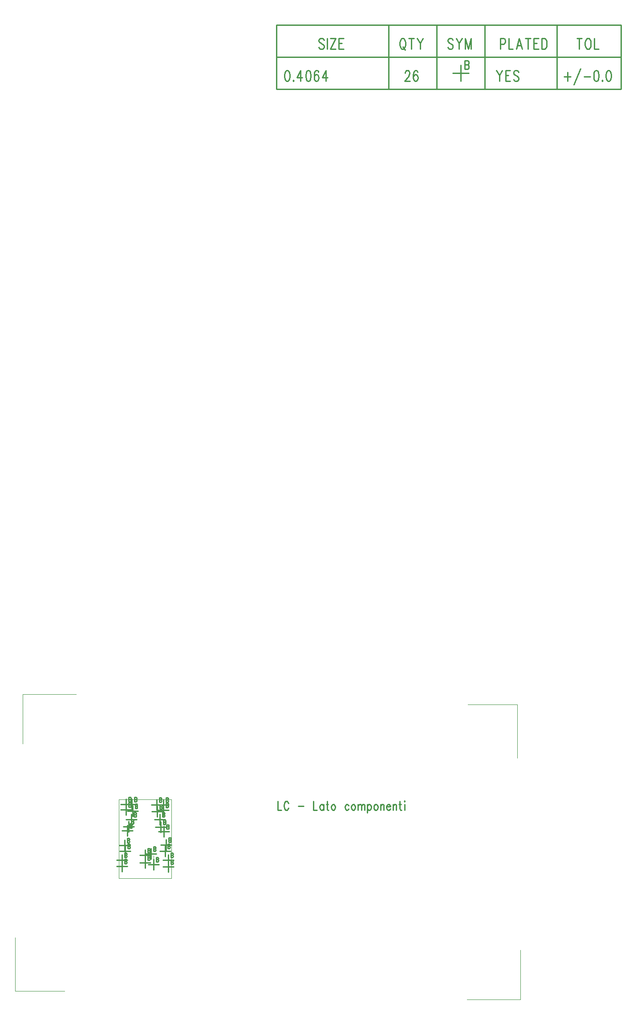
<source format=gbr>
*
*
G04 PADS Layout (Build Number 2007.65.1) generated Gerber (RS-274-X) file*
G04 PC Version=2.1*
*
%IN "P2007_0000_RBCS_RC_MAIS"*%
*
%MOIN*%
*
%FSLAX35Y35*%
*
*
*
*
G04 PC Standard Apertures*
*
*
G04 Thermal Relief Aperture macro.*
%AMTER*
1,1,$1,0,0*
1,0,$1-$2,0,0*
21,0,$3,$4,0,0,45*
21,0,$3,$4,0,0,135*
%
*
*
G04 Annular Aperture macro.*
%AMANN*
1,1,$1,0,0*
1,0,$2,0,0*
%
*
*
G04 Odd Aperture macro.*
%AMODD*
1,1,$1,0,0*
1,0,$1-0.005,0,0*
%
*
*
G04 PC Custom Aperture Macros*
*
*
*
*
*
*
G04 PC Aperture Table*
*
%ADD010C,0.01*%
%ADD040C,0.001*%
%ADD155C,0.003*%
*
*
*
*
G04 PC Copper Outlines (0)*
G04 Layer Name P2007_0000_RBCS_RC_MAIS - dark (0)*
%LPD*%
*
*
G04 PC Area=Custom_Thermal*
*
G04 PC Custom Flashes*
G04 Layer Name P2007_0000_RBCS_RC_MAIS - flashes*
%LPD*%
*
*
G04 PC Circuitry*
G04 Layer Name P2007_0000_RBCS_RC_MAIS - circuitry*
%LPD*%
*
G54D10*
G01X512598Y451444D02*
Y444882D01*
X515326*
X520780Y449882D02*
X520553Y450507D01*
X520098Y451132*
X519644Y451444*
X518735*
X518280Y451132*
X517826Y450507*
X517598Y449882*
X517371Y448944*
Y447382*
X517598Y446444*
X517826Y445819*
X518280Y445194*
X518735Y444882*
X519644*
X520098Y445194*
X520553Y445819*
X520780Y446444*
X528053Y447694D02*
X532144D01*
X539417Y451444D02*
Y444882D01*
X542144*
X546917Y449257D02*
Y444882D01*
Y448319D02*
X546462Y448944D01*
X546008Y449257*
X545326*
X544871Y448944*
X544417Y448319*
X544189Y447382*
Y446757*
X544417Y445819*
X544871Y445194*
X545326Y444882*
X546008*
X546462Y445194*
X546917Y445819*
X549644Y451444D02*
Y446132D01*
X549871Y445194*
X550326Y444882*
X550780*
X548962Y449257D02*
X550553D01*
X553962D02*
X553508Y448944D01*
X553053Y448319*
X552826Y447382*
Y446757*
X553053Y445819*
X553508Y445194*
X553962Y444882*
X554644*
X555098Y445194*
X555553Y445819*
X555780Y446757*
Y447382*
X555553Y448319*
X555098Y448944*
X554644Y449257*
X553962*
X565780Y448319D02*
X565326Y448944D01*
X564871Y449257*
X564189*
X563735Y448944*
X563280Y448319*
X563053Y447382*
Y446757*
X563280Y445819*
X563735Y445194*
X564189Y444882*
X564871*
X565326Y445194*
X565780Y445819*
X568962Y449257D02*
X568508Y448944D01*
X568053Y448319*
X567826Y447382*
Y446757*
X568053Y445819*
X568508Y445194*
X568962Y444882*
X569644*
X570098Y445194*
X570553Y445819*
X570780Y446757*
Y447382*
X570553Y448319*
X570098Y448944*
X569644Y449257*
X568962*
X572826D02*
Y444882D01*
Y448007D02*
X573508Y448944D01*
X573962Y449257*
X574644*
X575098Y448944*
X575326Y448007*
Y444882*
Y448007D02*
X576008Y448944D01*
X576462Y449257*
X577144*
X577598Y448944*
X577826Y448007*
Y444882*
X579871Y449257D02*
Y442694D01*
Y448319D02*
X580326Y448944D01*
X580780Y449257*
X581462*
X581917Y448944*
X582371Y448319*
X582598Y447382*
Y446757*
X582371Y445819*
X581917Y445194*
X581462Y444882*
X580780*
X580326Y445194*
X579871Y445819*
X585780Y449257D02*
X585326Y448944D01*
X584871Y448319*
X584644Y447382*
Y446757*
X584871Y445819*
X585326Y445194*
X585780Y444882*
X586462*
X586917Y445194*
X587371Y445819*
X587598Y446757*
Y447382*
X587371Y448319*
X586917Y448944*
X586462Y449257*
X585780*
X589644D02*
Y444882D01*
Y448007D02*
X590326Y448944D01*
X590780Y449257*
X591462*
X591917Y448944*
X592144Y448007*
Y444882*
X594189Y447382D02*
X596917D01*
Y448007*
X596689Y448632*
X596462Y448944*
X596008Y449257*
X595326*
X594871Y448944*
X594417Y448319*
X594189Y447382*
Y446757*
X594417Y445819*
X594871Y445194*
X595326Y444882*
X596008*
X596462Y445194*
X596917Y445819*
X598962Y449257D02*
Y444882D01*
Y448007D02*
X599644Y448944D01*
X600098Y449257*
X600780*
X601235Y448944*
X601462Y448007*
Y444882*
X604189Y451444D02*
Y446132D01*
X604417Y445194*
X604871Y444882*
X605326*
X603508Y449257D02*
X605098D01*
X607371Y451444D02*
X607598Y451132D01*
X607826Y451444*
X607598Y451757*
X607371Y451444*
X607598Y449257D02*
Y444882D01*
X392063Y407480D02*
X400063D01*
X396063Y403480D02*
Y411480D01*
X398063Y412762D02*
Y409480D01*
Y412762D02*
X399086D01*
X399427Y412605*
X399540Y412449*
X399654Y412137*
Y411824*
X399540Y411512*
X399427Y411355*
X399086Y411199*
X398063D02*
X399086D01*
X399427Y411043*
X399540Y410887*
X399654Y410574*
Y410105*
X399540Y409793*
X399427Y409637*
X399086Y409480*
X398063*
X392063Y402756D02*
X400063D01*
X396063Y398756D02*
Y406756D01*
X398063Y408037D02*
Y404756D01*
Y408037D02*
X399086D01*
X399427Y407881*
X399540Y407725*
X399654Y407412*
Y407100*
X399540Y406787*
X399427Y406631*
X399086Y406475*
X398063D02*
X399086D01*
X399427Y406318*
X399540Y406162*
X399654Y405850*
Y405381*
X399540Y405068*
X399427Y404912*
X399086Y404756*
X398063*
X415685Y404331D02*
X423685D01*
X419685Y400331D02*
Y408331D01*
X421685Y409612D02*
Y406331D01*
Y409612D02*
X422708D01*
X423049Y409456*
X423162Y409299*
X423276Y408987*
Y408674*
X423162Y408362*
X423049Y408206*
X422708Y408049*
X421685D02*
X422708D01*
X423049Y407893*
X423162Y407737*
X423276Y407424*
Y406956*
X423162Y406643*
X423049Y406487*
X422708Y406331*
X421685*
X409386Y405512D02*
X417386D01*
X413386Y401512D02*
Y409512D01*
X415386Y410793D02*
Y407512D01*
Y410793D02*
X416409D01*
X416749Y410637*
X416863Y410481*
X416977Y410168*
Y409856*
X416863Y409543*
X416749Y409387*
X416409Y409231*
X415386D02*
X416409D01*
X416749Y409074*
X416863Y408918*
X416977Y408606*
Y408137*
X416863Y407824*
X416749Y407668*
X416409Y407512*
X415386*
X426709Y402362D02*
X434709D01*
X430709Y398362D02*
Y406362D01*
X432709Y407643D02*
Y404362D01*
Y407643D02*
X433731D01*
X434072Y407487*
X434186Y407331*
X434300Y407018*
Y406706*
X434186Y406393*
X434072Y406237*
X433731Y406081*
X432709D02*
X433731D01*
X434072Y405925*
X434186Y405768*
X434300Y405456*
Y404987*
X434186Y404675*
X434072Y404518*
X433731Y404362*
X432709*
X426709Y407480D02*
X434709D01*
X430709Y403480D02*
Y411480D01*
X432709Y412762D02*
Y409480D01*
Y412762D02*
X433731D01*
X434072Y412605*
X434186Y412449*
X434300Y412137*
Y411824*
X434186Y411512*
X434072Y411355*
X433731Y411199*
X432709D02*
X433731D01*
X434072Y411043*
X434186Y410887*
X434300Y410574*
Y410105*
X434186Y409793*
X434072Y409637*
X433731Y409480*
X432709*
X394425Y414173D02*
X402425D01*
X398425Y410173D02*
Y418173D01*
X400425Y419454D02*
Y416173D01*
Y419454D02*
X401448D01*
X401789Y419298*
X401902Y419142*
X402016Y418829*
Y418517*
X401902Y418204*
X401789Y418048*
X401448Y417892*
X400425D02*
X401448D01*
X401789Y417736*
X401902Y417579*
X402016Y417267*
Y416798*
X401902Y416486*
X401789Y416329*
X401448Y416173*
X400425*
X413717Y412205D02*
X421717D01*
X417717Y408205D02*
Y416205D01*
X419717Y417486D02*
Y414205D01*
Y417486D02*
X420739D01*
X421080Y417330*
X421194Y417173*
X421307Y416861*
Y416548*
X421194Y416236*
X421080Y416080*
X420739Y415923*
X419717D02*
X420739D01*
X421080Y415767*
X421194Y415611*
X421307Y415298*
Y414830*
X421194Y414517*
X421080Y414361*
X420739Y414205*
X419717*
X409386Y411024D02*
X417386D01*
X413386Y407024D02*
Y415024D01*
X415386Y416305D02*
Y413024D01*
Y416305D02*
X416409D01*
X416749Y416149*
X416863Y415992*
X416977Y415680*
Y415367*
X416863Y415055*
X416749Y414899*
X416409Y414742*
X415386D02*
X416409D01*
X416749Y414586*
X416863Y414430*
X416977Y414117*
Y413649*
X416863Y413336*
X416749Y413180*
X416409Y413024*
X415386*
X424346Y414173D02*
X432346D01*
X428346Y410173D02*
Y418173D01*
X430346Y419454D02*
Y416173D01*
Y419454D02*
X431369D01*
X431710Y419298*
X431824Y419142*
X431937Y418829*
Y418517*
X431824Y418204*
X431710Y418048*
X431369Y417892*
X430346D02*
X431369D01*
X431710Y417736*
X431824Y417579*
X431937Y417267*
Y416798*
X431824Y416486*
X431710Y416329*
X431369Y416173*
X430346*
X394031Y418504D02*
X402031D01*
X398031Y414504D02*
Y422504D01*
X400031Y423785D02*
Y420504D01*
Y423785D02*
X401054D01*
X401395Y423629*
X401509Y423473*
X401622Y423160*
Y422848*
X401509Y422535*
X401395Y422379*
X401054Y422223*
X400031D02*
X401054D01*
X401395Y422066*
X401509Y421910*
X401622Y421598*
Y421129*
X401509Y420816*
X401395Y420660*
X401054Y420504*
X400031*
X425134Y418898D02*
X433134D01*
X429134Y414898D02*
Y422898D01*
X431134Y424179D02*
Y420898D01*
Y424179D02*
X432157D01*
X432497Y424023*
X432611Y423866*
X432725Y423554*
Y423241*
X432611Y422929*
X432497Y422773*
X432157Y422616*
X431134D02*
X432157D01*
X432497Y422460*
X432611Y422304*
X432725Y421991*
Y421523*
X432611Y421210*
X432497Y421054*
X432157Y420898*
X431134*
X397181Y432677D02*
X405181D01*
X401181Y428677D02*
Y436677D01*
X403181Y437958D02*
Y434677D01*
Y437958D02*
X404204D01*
X404545Y437802*
X404658Y437646*
X404772Y437333*
Y437021*
X404658Y436708*
X404545Y436552*
X404204Y436396*
X403181D02*
X404204D01*
X404545Y436240*
X404658Y436083*
X404772Y435771*
Y435302*
X404658Y434990*
X404545Y434833*
X404204Y434677*
X403181*
X396000Y429528D02*
X404000D01*
X400000Y425528D02*
Y433528D01*
X402000Y434809D02*
Y431528D01*
Y434809D02*
X403023D01*
X403364Y434653*
X403477Y434496*
X403591Y434184*
Y433871*
X403477Y433559*
X403364Y433403*
X403023Y433246*
X402000D02*
X403023D01*
X403364Y433090*
X403477Y432934*
X403591Y432621*
Y432153*
X403477Y431840*
X403364Y431684*
X403023Y431528*
X402000*
X399150Y437795D02*
X407150D01*
X403150Y433795D02*
Y441795D01*
X405150Y443077D02*
Y439795D01*
Y443077D02*
X406172D01*
X406513Y442920*
X406627Y442764*
X406741Y442452*
Y442139*
X406627Y441827*
X406513Y441670*
X406172Y441514*
X405150D02*
X406172D01*
X406513Y441358*
X406627Y441202*
X406741Y440889*
Y440420*
X406627Y440108*
X406513Y439952*
X406172Y439795*
X405150*
X420409Y437795D02*
X428409D01*
X424409Y433795D02*
Y441795D01*
X426409Y443077D02*
Y439795D01*
Y443077D02*
X427432D01*
X427773Y442920*
X427887Y442764*
X428000Y442452*
Y442139*
X427887Y441827*
X427773Y441670*
X427432Y441514*
X426409D02*
X427432D01*
X427773Y441358*
X427887Y441202*
X428000Y440889*
Y440420*
X427887Y440108*
X427773Y439952*
X427432Y439795*
X426409*
X421197Y432283D02*
X429197D01*
X425197Y428283D02*
Y436283D01*
X427197Y437565D02*
Y434283D01*
Y437565D02*
X428220D01*
X428560Y437408*
X428674Y437252*
X428788Y436940*
Y436627*
X428674Y436315*
X428560Y436158*
X428220Y436002*
X427197D02*
X428220D01*
X428560Y435846*
X428674Y435690*
X428788Y435377*
Y434908*
X428674Y434596*
X428560Y434440*
X428220Y434283*
X427197*
X423559Y428740D02*
X431559D01*
X427559Y424740D02*
Y432740D01*
X429559Y434021D02*
Y430740D01*
Y434021D02*
X430582D01*
X430923Y433865*
X431036Y433709*
X431150Y433396*
Y433084*
X431036Y432771*
X430923Y432615*
X430582Y432459*
X429559D02*
X430582D01*
X430923Y432303*
X431036Y432146*
X431150Y431834*
Y431365*
X431036Y431053*
X430923Y430896*
X430582Y430740*
X429559*
X395213Y445276D02*
X403213D01*
X399213Y441276D02*
Y449276D01*
X401213Y450557D02*
Y447276D01*
Y450557D02*
X402235D01*
X402576Y450401*
X402690Y450244*
X402804Y449932*
Y449619*
X402690Y449307*
X402576Y449151*
X402235Y448994*
X401213D02*
X402235D01*
X402576Y448838*
X402690Y448682*
X402804Y448369*
Y447901*
X402690Y447588*
X402576Y447432*
X402235Y447276*
X401213*
X399937Y444094D02*
X407937D01*
X403937Y440094D02*
Y448094D01*
X405937Y449376D02*
Y446094D01*
Y449376D02*
X406960D01*
X407301Y449219*
X407414Y449063*
X407528Y448751*
Y448438*
X407414Y448126*
X407301Y447969*
X406960Y447813*
X405937D02*
X406960D01*
X407301Y447657*
X407414Y447501*
X407528Y447188*
Y446719*
X407414Y446407*
X407301Y446251*
X406960Y446094*
X405937*
X423165Y444882D02*
X431165D01*
X427165Y440882D02*
Y448882D01*
X429165Y450163D02*
Y446882D01*
Y450163D02*
X430188D01*
X430529Y450007*
X430643Y449851*
X430756Y449538*
Y449226*
X430643Y448913*
X430529Y448757*
X430188Y448601*
X429165D02*
X430188D01*
X430529Y448444*
X430643Y448288*
X430756Y447976*
Y447507*
X430643Y447194*
X430529Y447038*
X430188Y446882*
X429165*
X418441Y443701D02*
X426441D01*
X422441Y439701D02*
Y447701D01*
X424441Y448982D02*
Y445701D01*
Y448982D02*
X425464D01*
X425805Y448826*
X425918Y448670*
X426032Y448357*
Y448045*
X425918Y447732*
X425805Y447576*
X425464Y447420*
X424441D02*
X425464D01*
X425805Y447263*
X425918Y447107*
X426032Y446795*
Y446326*
X425918Y446013*
X425805Y445857*
X425464Y445701*
X424441*
X395213Y449213D02*
X403213D01*
X399213Y445213D02*
Y453213D01*
X401213Y454494D02*
Y451213D01*
Y454494D02*
X402235D01*
X402576Y454338*
X402690Y454181*
X402804Y453869*
Y453556*
X402690Y453244*
X402576Y453088*
X402235Y452931*
X401213D02*
X402235D01*
X402576Y452775*
X402690Y452619*
X402804Y452306*
Y451838*
X402690Y451525*
X402576Y451369*
X402235Y451213*
X401213*
X399543Y449213D02*
X407543D01*
X403543Y445213D02*
Y453213D01*
X405543Y454494D02*
Y451213D01*
Y454494D02*
X406566D01*
X406907Y454338*
X407021Y454181*
X407134Y453869*
Y453556*
X407021Y453244*
X406907Y453088*
X406566Y452931*
X405543D02*
X406566D01*
X406907Y452775*
X407021Y452619*
X407134Y452306*
Y451838*
X407021Y451525*
X406907Y451369*
X406566Y451213*
X405543*
X423165Y448819D02*
X431165D01*
X427165Y444819D02*
Y452819D01*
X429165Y454100D02*
Y450819D01*
Y454100D02*
X430188D01*
X430529Y453944*
X430643Y453788*
X430756Y453475*
Y453163*
X430643Y452850*
X430529Y452694*
X430188Y452538*
X429165D02*
X430188D01*
X430529Y452381*
X430643Y452225*
X430756Y451913*
Y451444*
X430643Y451131*
X430529Y450975*
X430188Y450819*
X429165*
X418047Y448819D02*
X426047D01*
X422047Y444819D02*
Y452819D01*
X424047Y454100D02*
Y450819D01*
Y454100D02*
X425070D01*
X425411Y453944*
X425525Y453788*
X425638Y453475*
Y453163*
X425525Y452850*
X425411Y452694*
X425070Y452538*
X424047D02*
X425070D01*
X425411Y452381*
X425525Y452225*
X425638Y451913*
Y451444*
X425525Y451131*
X425411Y450975*
X425070Y450819*
X424047*
X511811Y1032252D02*
X769811D01*
X511811Y1008252D02*
X769811D01*
X511811Y984252D02*
X769811D01*
X511811Y1032252D02*
Y984252D01*
X595811Y1032252D02*
Y984252D01*
X631811Y1032252D02*
Y984252D01*
X667811Y1032252D02*
Y984252D01*
X721811Y1032252D02*
Y984252D01*
X769811Y1032252D02*
Y984252D01*
X547311Y1021002D02*
X546766Y1021752D01*
X545947Y1022127*
X544856*
X544038Y1021752*
X543493Y1021002*
Y1020252*
X543766Y1019502*
X544038Y1019127*
X544584Y1018752*
X546220Y1018002*
X546766Y1017627*
X547038Y1017252*
X547311Y1016502*
Y1015377*
X546766Y1014627*
X545947Y1014252*
X544856*
X544038Y1014627*
X543493Y1015377*
X549766Y1022127D02*
Y1014252D01*
X556038Y1022127D02*
X552220Y1014252D01*
Y1022127D02*
X556038D01*
X552220Y1014252D02*
X556038D01*
X558493Y1022127D02*
Y1014252D01*
Y1022127D02*
X562038D01*
X558493Y1018377D02*
X560675D01*
X558493Y1014252D02*
X562038D01*
X605675Y1022127D02*
X605129Y1021752D01*
X604584Y1021002*
X604311Y1020252*
X604038Y1019127*
Y1017252*
X604311Y1016127*
X604584Y1015377*
X605129Y1014627*
X605675Y1014252*
X606766*
X607311Y1014627*
X607856Y1015377*
X608129Y1016127*
X608402Y1017252*
Y1019127*
X608129Y1020252*
X607856Y1021002*
X607311Y1021752*
X606766Y1022127*
X605675*
X606493Y1015752D02*
X608129Y1013502D01*
X612766Y1022127D02*
Y1014252D01*
X610856Y1022127D02*
X614675D01*
X617129D02*
X619311Y1018377D01*
Y1014252*
X621493Y1022127D02*
X619311Y1018377D01*
X643856Y1021002D02*
X643311Y1021752D01*
X642493Y1022127*
X641402*
X640584Y1021752*
X640038Y1021002*
Y1020252*
X640311Y1019502*
X640584Y1019127*
X641129Y1018752*
X642766Y1018002*
X643311Y1017627*
X643584Y1017252*
X643856Y1016502*
Y1015377*
X643311Y1014627*
X642493Y1014252*
X641402*
X640584Y1014627*
X640038Y1015377*
X646311Y1022127D02*
X648493Y1018377D01*
Y1014252*
X650675Y1022127D02*
X648493Y1018377D01*
X653129Y1022127D02*
Y1014252D01*
Y1022127D02*
X655311Y1014252D01*
X657493Y1022127D02*
X655311Y1014252D01*
X657493Y1022127D02*
Y1014252D01*
X679311Y1022127D02*
Y1014252D01*
Y1022127D02*
X681766D01*
X682584Y1021752*
X682856Y1021377*
X683129Y1020627*
Y1019502*
X682856Y1018752*
X682584Y1018377*
X681766Y1018002*
X679311*
X685584Y1022127D02*
Y1014252D01*
X688856*
X693493Y1022127D02*
X691311Y1014252D01*
X693493Y1022127D02*
X695675Y1014252D01*
X692129Y1016877D02*
X694856D01*
X700038Y1022127D02*
Y1014252D01*
X698129Y1022127D02*
X701947D01*
X704402D02*
Y1014252D01*
Y1022127D02*
X707947D01*
X704402Y1018377D02*
X706584D01*
X704402Y1014252D02*
X707947D01*
X710402Y1022127D02*
Y1014252D01*
Y1022127D02*
X712311D01*
X713129Y1021752*
X713675Y1021002*
X713947Y1020252*
X714220Y1019127*
Y1017252*
X713947Y1016127*
X713675Y1015377*
X713129Y1014627*
X712311Y1014252*
X710402*
X738493Y1022127D02*
Y1014252D01*
X736584Y1022127D02*
X740402D01*
X744493D02*
X743947Y1021752D01*
X743402Y1021002*
X743129Y1020252*
X742856Y1019127*
Y1017252*
X743129Y1016127*
X743402Y1015377*
X743947Y1014627*
X744493Y1014252*
X745584*
X746129Y1014627*
X746675Y1015377*
X746947Y1016127*
X747220Y1017252*
Y1019127*
X746947Y1020252*
X746675Y1021002*
X746129Y1021752*
X745584Y1022127*
X744493*
X749675D02*
Y1014252D01*
X752947*
X519447Y998127D02*
X518629Y997752D01*
X518084Y996627*
X517811Y994752*
Y993627*
X518084Y991752*
X518629Y990627*
X519447Y990252*
X519993*
X520811Y990627*
X521356Y991752*
X521629Y993627*
Y994752*
X521356Y996627*
X520811Y997752*
X519993Y998127*
X519447*
X524356Y991002D02*
X524084Y990627D01*
X524356Y990252*
X524629Y990627*
X524356Y991002*
X529811Y998127D02*
X527084Y992877D01*
X531175*
X529811Y998127D02*
Y990252D01*
X535266Y998127D02*
X534447Y997752D01*
X533902Y996627*
X533629Y994752*
Y993627*
X533902Y991752*
X534447Y990627*
X535266Y990252*
X535811*
X536629Y990627*
X537175Y991752*
X537447Y993627*
Y994752*
X537175Y996627*
X536629Y997752*
X535811Y998127*
X535266*
X543175Y997002D02*
X542902Y997752D01*
X542084Y998127*
X541538*
X540720Y997752*
X540175Y996627*
X539902Y994752*
Y992877*
X540175Y991377*
X540720Y990627*
X541538Y990252*
X541811*
X542629Y990627*
X543175Y991377*
X543447Y992502*
Y992877*
X543175Y994002*
X542629Y994752*
X541811Y995127*
X541538*
X540720Y994752*
X540175Y994002*
X539902Y992877*
X548629Y998127D02*
X545902Y992877D01*
X549993*
X548629Y998127D02*
Y990252D01*
X608129Y996252D02*
Y996627D01*
X608402Y997377*
X608675Y997752*
X609220Y998127*
X610311*
X610856Y997752*
X611129Y997377*
X611402Y996627*
Y995877*
X611129Y995127*
X610584Y994002*
X607856Y990252*
X611675*
X617402Y997002D02*
X617129Y997752D01*
X616311Y998127*
X615766*
X614947Y997752*
X614402Y996627*
X614129Y994752*
Y992877*
X614402Y991377*
X614947Y990627*
X615766Y990252*
X616038*
X616856Y990627*
X617402Y991377*
X617675Y992502*
Y992877*
X617402Y994002*
X616856Y994752*
X616038Y995127*
X615766*
X614947Y994752*
X614402Y994002*
X614129Y992877*
X643811Y996252D02*
X655811D01*
X649811Y990252D02*
Y1002252D01*
X652811Y1005552D02*
Y999252D01*
Y1005552D02*
X654775D01*
X655429Y1005252*
X655647Y1004952*
X655866Y1004352*
Y1003752*
X655647Y1003152*
X655429Y1002852*
X654775Y1002552*
X652811D02*
X654775D01*
X655429Y1002252*
X655647Y1001952*
X655866Y1001352*
Y1000452*
X655647Y999852*
X655429Y999552*
X654775Y999252*
X652811*
X676447Y998127D02*
X678629Y994377D01*
Y990252*
X680811Y998127D02*
X678629Y994377D01*
X683266Y998127D02*
Y990252D01*
Y998127D02*
X686811D01*
X683266Y994377D02*
X685447D01*
X683266Y990252D02*
X686811D01*
X693084Y997002D02*
X692538Y997752D01*
X691720Y998127*
X690629*
X689811Y997752*
X689266Y997002*
Y996252*
X689538Y995502*
X689811Y995127*
X690356Y994752*
X691993Y994002*
X692538Y993627*
X692811Y993252*
X693084Y992502*
Y991377*
X692538Y990627*
X691720Y990252*
X690629*
X689811Y990627*
X689266Y991377*
X729629Y997002D02*
Y990252D01*
X727175Y993627D02*
X732084D01*
X739447Y999627D02*
X734538Y987627D01*
X741902Y993627D02*
X746811D01*
X750902Y998127D02*
X750084Y997752D01*
X749538Y996627*
X749266Y994752*
Y993627*
X749538Y991752*
X750084Y990627*
X750902Y990252*
X751447*
X752266Y990627*
X752811Y991752*
X753084Y993627*
Y994752*
X752811Y996627*
X752266Y997752*
X751447Y998127*
X750902*
X755811Y991002D02*
X755538Y990627D01*
X755811Y990252*
X756084Y990627*
X755811Y991002*
X760175Y998127D02*
X759356Y997752D01*
X758811Y996627*
X758538Y994752*
Y993627*
X758811Y991752*
X759356Y990627*
X760175Y990252*
X760720*
X761538Y990627*
X762084Y991752*
X762356Y993627*
Y994752*
X762084Y996627*
X761538Y997752*
X760720Y998127*
X760175*
G54D40*
X393701Y393701D02*
X433071D01*
Y452756*
X393701*
Y393701*
X654331Y303150D02*
X694488D01*
Y340157*
X692126Y483858D02*
Y524016D01*
X655118*
X316142Y349606D02*
Y309449D01*
X353150*
X361811Y531496D02*
X321654D01*
Y494488*
G54D155*
X419685Y407480D02*
Y410827D01*
X0Y0D02*
M02*

</source>
